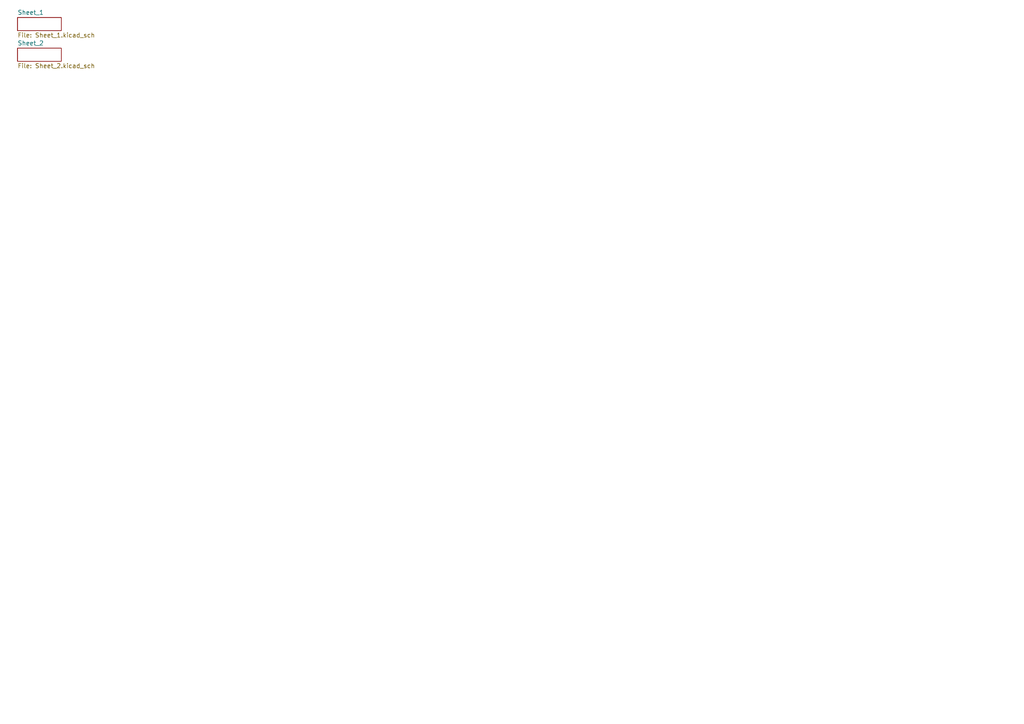
<source format=kicad_sch>
(kicad_sch
	(version 20250114)
	(generator "eeschema")
	(generator_version "9.0")
	(uuid "3678f5e0-f3b8-44a7-8f75-23f5594635a2")
	(paper "A4")
	(lib_symbols)
	(sheet
		(at 5.08 5.08)
		(size 12.7 3.81)
		(exclude_from_sim no)
		(in_bom yes)
		(on_board yes)
		(dnp no)
		(fields_autoplaced yes)
		(stroke
			(width 0)
			(type solid)
		)
		(fill
			(color 0 0 0 0.0000)
		)
		(uuid "d215f664-e517-4b75-afc2-733b7c385586")
		(property "Sheetname" "Sheet_1"
			(at 5.08 4.3684 0)
			(effects
				(font
					(size 1.27 1.27)
				)
				(justify left bottom)
			)
		)
		(property "Sheetfile" "Sheet_1.kicad_sch"
			(at 5.08 9.4746 0)
			(effects
				(font
					(size 1.27 1.27)
				)
				(justify left top)
			)
		)
		(instances
			(project "PCB_PCB_MP3-V3.0_2025-07-22"
				(path "/3678f5e0-f3b8-44a7-8f75-23f5594635a2"
					(page "1")
				)
			)
		)
	)
	(sheet
		(at 5.08 13.97)
		(size 12.7 3.81)
		(exclude_from_sim no)
		(in_bom yes)
		(on_board yes)
		(dnp no)
		(fields_autoplaced yes)
		(stroke
			(width 0)
			(type solid)
		)
		(fill
			(color 0 0 0 0.0000)
		)
		(uuid "ee207225-f1bf-43c3-b44e-5f174d5107c9")
		(property "Sheetname" "Sheet_2"
			(at 5.08 13.2584 0)
			(effects
				(font
					(size 1.27 1.27)
				)
				(justify left bottom)
			)
		)
		(property "Sheetfile" "Sheet_2.kicad_sch"
			(at 5.08 18.3646 0)
			(effects
				(font
					(size 1.27 1.27)
				)
				(justify left top)
			)
		)
		(instances
			(project "PCB_PCB_MP3-V3.0_2025-07-22"
				(path "/3678f5e0-f3b8-44a7-8f75-23f5594635a2"
					(page "2")
				)
			)
		)
	)
)

</source>
